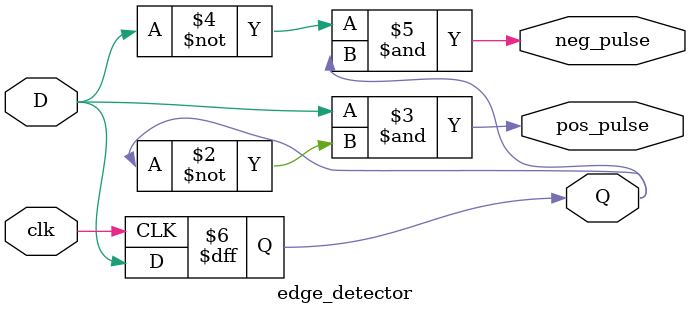
<source format=sv>
module edge_detector (
  input wire clk,
  input wire D,
  output reg Q,
  output reg pos_pulse,
  output reg neg_pulse
);
  always_ff@(posedge clk) 
    Q<=D;
    
  //always@(posedge clk or posedge D or negedge clk) begin
    assign pos_pulse= (D) & ~(Q);    
  //end
  
  //always@(negedge clk or negedge D or posedge clk) 
    assign neg_pulse=~(D) & (Q);
    
  
endmodule

</source>
